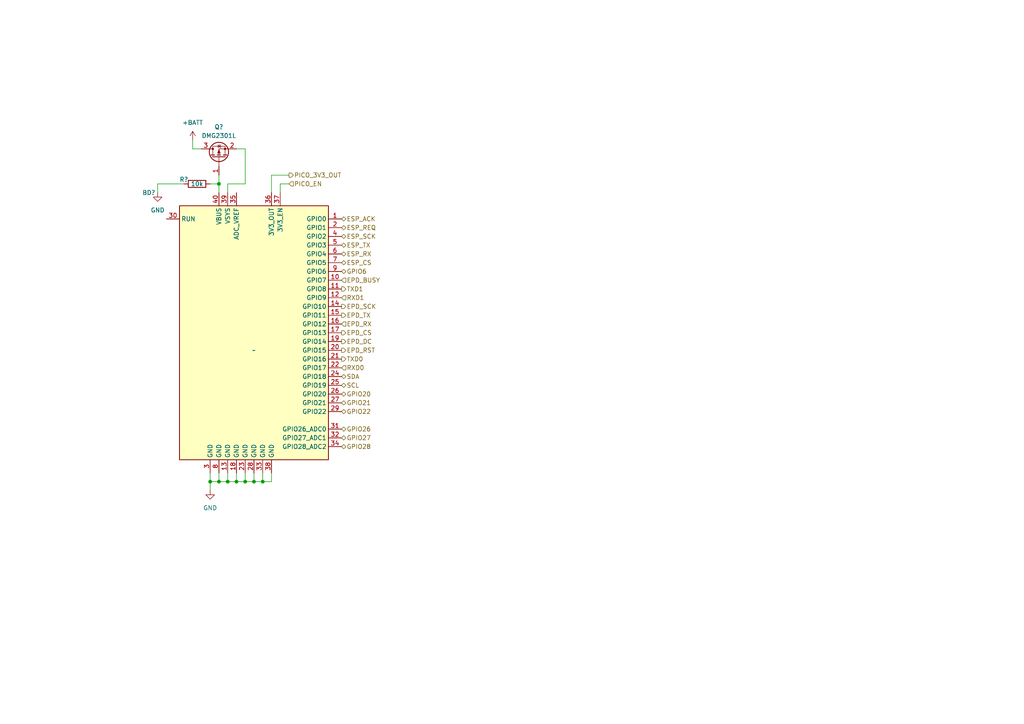
<source format=kicad_sch>
(kicad_sch (version 20230121) (generator eeschema)
  (paper "A4")
  (lib_symbols
    (symbol "Custom:RPi-Pico"
      (property "Reference" "BD" (at 0 0 0))
      (symbol "RPi-Pico_0_1"
        (rectangle (start -21.59 41.91) (end 21.59 -31.75) (stroke (width 0.254)) (fill (type background)))
      )
      (symbol "RPi-Pico_1_1"
        (pin bidirectional line (at 25.4 38.1 180) (length 3.81) (name "GPIO0") (number "1"))
        (pin bidirectional line (at 25.4 20.32 180) (length 3.81) (name "GPIO7") (number "10"))
        (pin bidirectional line (at 25.4 17.78 180) (length 3.81) (name "GPIO8") (number "11"))
        (pin bidirectional line (at 25.4 15.24 180) (length 3.81) (name "GPIO9") (number "12"))
        (pin power_in line (at -7.62 -35.56 90) (length 3.81) (name "GND") (number "13"))
        (pin bidirectional line (at 25.4 12.7 180) (length 3.81) (name "GPIO10") (number "14"))
        (pin bidirectional line (at 25.4 10.16 180) (length 3.81) (name "GPIO11") (number "15"))
        (pin bidirectional line (at 25.4 7.62 180) (length 3.81) (name "GPIO12") (number "16"))
        (pin bidirectional line (at 25.4 5.08 180) (length 3.81) (name "GPIO13") (number "17"))
        (pin power_in line (at -5.08 -35.56 90) (length 3.81) (name "GND") (number "18"))
        (pin bidirectional line (at 25.4 2.54 180) (length 3.81) (name "GPIO14") (number "19"))
        (pin bidirectional line (at 25.4 35.56 180) (length 3.81) (name "GPIO1") (number "2"))
        (pin bidirectional line (at 25.4 0 180) (length 3.81) (name "GPIO15") (number "20"))
        (pin bidirectional line (at 25.4 -2.54 180) (length 3.81) (name "GPIO16") (number "21"))
        (pin bidirectional line (at 25.4 -5.08 180) (length 3.81) (name "GPIO17") (number "22"))
        (pin power_in line (at -2.54 -35.56 90) (length 3.81) (name "GND") (number "23"))
        (pin bidirectional line (at 25.4 -7.62 180) (length 3.81) (name "GPIO18") (number "24"))
        (pin bidirectional line (at 25.4 -10.16 180) (length 3.81) (name "GPIO19") (number "25"))
        (pin bidirectional line (at 25.4 -12.7 180) (length 3.81) (name "GPIO20") (number "26"))
        (pin bidirectional line (at 25.4 -15.24 180) (length 3.81) (name "GPIO21") (number "27"))
        (pin power_in line (at 0 -35.56 90) (length 3.81) (name "GND") (number "28"))
        (pin bidirectional line (at 25.4 -17.78 180) (length 3.81) (name "GPIO22") (number "29"))
        (pin power_in line (at -12.7 -35.56 90) (length 3.81) (name "GND") (number "3"))
        (pin input line (at -25.4 38.1 0) (length 3.81) (name "RUN") (number "30"))
        (pin bidirectional line (at 25.4 -22.86 180) (length 3.81) (name "GPIO26_ADC0") (number "31"))
        (pin bidirectional line (at 25.4 -25.4 180) (length 3.81) (name "GPIO27_ADC1") (number "32"))
        (pin power_in line (at 2.54 -35.56 90) (length 3.81) (name "GND") (number "33"))
        (pin bidirectional line (at 25.4 -27.94 180) (length 3.81) (name "GPIO28_ADC2") (number "34"))
        (pin power_in line (at -5.08 45.72 270) (length 3.81) (name "ADC_VREF") (number "35"))
        (pin power_out line (at 5.08 45.72 270) (length 3.81) (name "3V3_OUT") (number "36"))
        (pin power_in line (at 7.62 45.72 270) (length 3.81) (name "3V3_EN") (number "37"))
        (pin power_in line (at 5.08 -35.56 90) (length 3.81) (name "GND") (number "38"))
        (pin power_in line (at -7.62 45.72 270) (length 3.81) (name "VSYS") (number "39"))
        (pin bidirectional line (at 25.4 33.02 180) (length 3.81) (name "GPIO2") (number "4"))
        (pin power_in line (at -10.16 45.72 270) (length 3.81) (name "VBUS") (number "40"))
        (pin bidirectional line (at 25.4 30.48 180) (length 3.81) (name "GPIO3") (number "5"))
        (pin bidirectional line (at 25.4 27.94 180) (length 3.81) (name "GPIO4") (number "6"))
        (pin bidirectional line (at 25.4 25.4 180) (length 3.81) (name "GPIO5") (number "7"))
        (pin power_in line (at -10.16 -35.56 90) (length 3.81) (name "GND") (number "8"))
        (pin bidirectional line (at 25.4 22.86 180) (length 3.81) (name "GPIO6") (number "9"))
      )
    )
    (symbol "Device:R" (pin_numbers hide) (pin_names (offset 0))
      (property "Reference" "R" (at 2.032 0 90))
      (property "Value" "R" (at 0 0 90))
      (symbol "R_0_1"
        (rectangle (start -1.016 -2.54) (end 1.016 2.54) (stroke (width 0.254)))
      )
      (symbol "R_1_1"
        (pin passive line (at 0 3.81 270) (length 1.27) (name "~") (number "1"))
        (pin passive line (at 0 -3.81 90) (length 1.27) (name "~") (number "2"))
      )
    )
    (symbol "Transistor_FET:DMG2301L" (pin_names hide)
      (property "Reference" "Q" (at 5.08 1.905 0))
      (property "Value" "DMG2301L" (at 5.08 0 0))
      (symbol "DMG2301L_0_1"
        (polyline (pts (xy 0.254 0) (xy -2.54 0)))
        (polyline (pts (xy 0.254 1.905) (xy 0.254 -1.905)) (stroke (width 0.254)))
        (polyline (pts (xy 0.762 -1.27) (xy 0.762 -2.286)) (stroke (width 0.254)))
        (polyline (pts (xy 0.762 0.508) (xy 0.762 -0.508)) (stroke (width 0.254)))
        (polyline (pts (xy 0.762 2.286) (xy 0.762 1.27)) (stroke (width 0.254)))
        (polyline (pts (xy 2.54 2.54) (xy 2.54 1.778)))
        (polyline (pts (xy 2.54 -2.54) (xy 2.54 0) (xy 0.762 0)))
        (polyline (pts (xy 0.762 1.778) (xy 3.302 1.778) (xy 3.302 -1.778) (xy 0.762 -1.778)))
        (polyline (pts (xy 2.286 0) (xy 1.27 0.381) (xy 1.27 -0.381) (xy 2.286 0)) (fill (type outline)))
        (polyline (pts (xy 2.794 -0.508) (xy 2.921 -0.381) (xy 3.683 -0.381) (xy 3.81 -0.254)))
        (polyline (pts (xy 3.302 -0.381) (xy 2.921 0.254) (xy 3.683 0.254) (xy 3.302 -0.381)))
        (circle (center 1.651 0) (radius 2.794) (stroke (width 0.254)))
        (circle (center 2.54 -1.778) (radius 0.254) (fill (type outline)))
        (circle (center 2.54 1.778) (radius 0.254) (fill (type outline)))
      )
      (symbol "DMG2301L_1_1"
        (pin input line (at -5.08 0 0) (length 2.54) (name "G") (number "1"))
        (pin passive line (at 2.54 -5.08 90) (length 2.54) (name "S") (number "2"))
        (pin passive line (at 2.54 5.08 270) (length 2.54) (name "D") (number "3"))
      )
    )
    (symbol "power:+BATT" (power) (pin_names (offset 0))
      (property "Value" "+BATT" (at 0 3.556 0))
      (symbol "+BATT_0_1"
        (polyline (pts (xy -0.762 1.27) (xy 0 2.54)))
        (polyline (pts (xy 0 0) (xy 0 2.54)))
        (polyline (pts (xy 0 2.54) (xy 0.762 1.27)))
      )
      (symbol "+BATT_1_1"
        (pin power_in line (at 0 0 90) (length 0) hide (name "+BATT") (number "1"))
      )
    )
    (symbol "power:GND" (power) (pin_names (offset 0))
      (property "Value" "GND" (at 0 -3.81 0))
      (symbol "GND_0_1"
        (polyline (pts (xy 0 0) (xy 0 -1.27) (xy 1.27 -1.27) (xy 0 -2.54) (xy -1.27 -1.27) (xy 0 -1.27)))
      )
      (symbol "GND_1_1"
        (pin power_in line (at 0 0 270) (length 0) hide (name "GND") (number "1"))
      )
    )
  )
  (junction (at 63.5 53.34))
  (junction (at 76.2 139.7))
  (junction (at 63.5 139.7))
  (junction (at 60.96 139.7))
  (junction (at 68.58 139.7))
  (junction (at 66.04 139.7))
  (junction (at 71.12 139.7))
  (junction (at 73.66 139.7))
  (wire (pts (xy 63.5 137.16) (xy 63.5 139.7)))
  (wire (pts (xy 66.04 55.88) (xy 66.04 53.34)))
  (wire (pts (xy 66.04 53.34) (xy 71.12 53.34)))
  (wire (pts (xy 76.2 139.7) (xy 73.66 139.7)))
  (wire (pts (xy 71.12 137.16) (xy 71.12 139.7)))
  (wire (pts (xy 66.04 139.7) (xy 63.5 139.7)))
  (wire (pts (xy 73.66 137.16) (xy 73.66 139.7)))
  (wire (pts (xy 71.12 139.7) (xy 68.58 139.7)))
  (wire (pts (xy 78.74 50.8) (xy 83.82 50.8)))
  (wire (pts (xy 78.74 55.88) (xy 78.74 50.8)))
  (wire (pts (xy 81.28 53.34) (xy 81.28 55.88)))
  (wire (pts (xy 45.72 55.88) (xy 45.72 53.34)))
  (wire (pts (xy 73.66 139.7) (xy 71.12 139.7)))
  (wire (pts (xy 60.96 139.7) (xy 60.96 142.24)))
  (wire (pts (xy 68.58 43.18) (xy 71.12 43.18)))
  (wire (pts (xy 71.12 53.34) (xy 71.12 43.18)))
  (wire (pts (xy 78.74 139.7) (xy 76.2 139.7)))
  (wire (pts (xy 55.88 43.18) (xy 55.88 40.64)))
  (wire (pts (xy 81.28 53.34) (xy 83.82 53.34)))
  (wire (pts (xy 63.5 50.8) (xy 63.5 53.34)))
  (wire (pts (xy 66.04 137.16) (xy 66.04 139.7)))
  (wire (pts (xy 76.2 137.16) (xy 76.2 139.7)))
  (wire (pts (xy 68.58 139.7) (xy 66.04 139.7)))
  (wire (pts (xy 63.5 139.7) (xy 60.96 139.7)))
  (wire (pts (xy 78.74 137.16) (xy 78.74 139.7)))
  (wire (pts (xy 45.72 53.34) (xy 53.34 53.34)))
  (wire (pts (xy 68.58 137.16) (xy 68.58 139.7)))
  (wire (pts (xy 55.88 43.18) (xy 58.42 43.18)))
  (wire (pts (xy 60.96 137.16) (xy 60.96 139.7)))
  (wire (pts (xy 63.5 53.34) (xy 63.5 55.88)))
  (wire (pts (xy 60.96 53.34) (xy 63.5 53.34)))
  (hierarchical_label "ESP_CS" (shape bidirectional) (at 99.06 76.2 0))
  (hierarchical_label "PICO_3V3_OUT" (shape output) (at 83.82 50.8 0))
  (hierarchical_label "EPD_BUSY" (shape input) (at 99.06 81.28 0))
  (hierarchical_label "GPIO20" (shape bidirectional) (at 99.06 114.3 0))
  (hierarchical_label "EPD_SCK" (shape output) (at 99.06 88.9 0))
  (hierarchical_label "GPIO22" (shape bidirectional) (at 99.06 119.38 0))
  (hierarchical_label "EPD_RST" (shape output) (at 99.06 101.6 0))
  (hierarchical_label "GPIO28" (shape bidirectional) (at 99.06 129.54 0))
  (hierarchical_label "ESP_RX" (shape bidirectional) (at 99.06 73.66 0))
  (hierarchical_label "GPIO26" (shape bidirectional) (at 99.06 124.46 0))
  (hierarchical_label "RXD1" (shape input) (at 99.06 86.36 0))
  (hierarchical_label "EPD_RX" (shape input) (at 99.06 93.98 0))
  (hierarchical_label "GPIO21" (shape bidirectional) (at 99.06 116.84 0))
  (hierarchical_label "ESP_SCK" (shape bidirectional) (at 99.06 68.58 0))
  (hierarchical_label "SDA" (shape bidirectional) (at 99.06 109.22 0))
  (hierarchical_label "EPD_CS" (shape output) (at 99.06 96.52 0))
  (hierarchical_label "SCL" (shape bidirectional) (at 99.06 111.76 0))
  (hierarchical_label "GPIO27" (shape bidirectional) (at 99.06 127 0))
  (hierarchical_label "TXD0" (shape output) (at 99.06 104.14 0))
  (hierarchical_label "RXD0" (shape input) (at 99.06 106.68 0))
  (hierarchical_label "EPD_TX" (shape output) (at 99.06 91.44 0))
  (hierarchical_label "GPIO6" (shape bidirectional) (at 99.06 78.74 0))
  (hierarchical_label "PICO_EN" (shape input) (at 83.82 53.34 0))
  (hierarchical_label "ESP_TX" (shape bidirectional) (at 99.06 71.12 0))
  (hierarchical_label "TXD1" (shape output) (at 99.06 83.82 0))
  (hierarchical_label "ESP_ACK" (shape bidirectional) (at 99.06 63.5 0))
  (hierarchical_label "EPD_DC" (shape output) (at 99.06 99.06 0))
  (hierarchical_label "ESP_REQ" (shape bidirectional) (at 99.06 66.04 0))
  (symbol (lib_id "Device:R") (at 57.15 53.34 90) (unit 1)
    (property "Reference" "R?" (at 53.34 52.07 90))
    (property "Value" "10k" (at 57.15 53.34 90))
    (property "Footprint" "Resistor_SMD:R_0402_1005Metric_Pad0.72x0.64mm_HandSolder" (effects hide))
    (instances (project "epd_remote" (path "" (reference "R?") (unit 1)) (path "" (reference "R?") (unit 1)) (path "" (reference "R4") (unit 1))))
  )
  (symbol (lib_id "power:GND") (at 60.96 142.24 0) (unit 1)
    (property "Reference" "#PWR?" (effects hide))
    (property "Value" "GND" (at 60.96 147.32 0))
    (instances (project "epd_remote" (path "" (reference "#PWR?") (unit 1)) (path "" (reference "#PWR011") (unit 1))))
  )
  (symbol (lib_id "power:GND") (at 45.72 55.88 0) (unit 1)
    (property "Reference" "#PWR?" (effects hide))
    (property "Value" "GND" (at 45.72 60.96 0))
    (instances (project "epd_remote" (path "" (reference "#PWR?") (unit 1)) (path "" (reference "#PWR010") (unit 1))))
  )
  (symbol (lib_id "Transistor_FET:DMG2301L") (at 63.5 45.72 90) (unit 1)
    (property "Reference" "Q?" (at 63.5 36.83 90))
    (property "Value" "DMG2301L" (at 63.5 39.37 90))
    (property "Footprint" "Package_TO_SOT_SMD:SOT-23" (effects hide))
    (property "Datasheet" "https://www.diodes.com/assets/Datasheets/DMG2301L.pdf" (effects hide))
    (instances (project "epd_remote" (path "" (reference "Q?") (unit 1)) (path "" (reference "Q2") (unit 1))))
  )
  (symbol (lib_id "power:+BATT") (at 55.88 40.64 0) (unit 1)
    (property "Reference" "#PWR?" (effects hide))
    (property "Value" "+BATT" (at 55.88 35.56 0))
    (instances (project "epd_remote" (path "" (reference "#PWR?") (unit 1)) (path "" (reference "#PWR09") (unit 1))))
  )
  (symbol (lib_id "Custom:RPi-Pico") (at 73.66 101.6 0) (unit 1)
    (property "Reference" "BD?" (at 43.18 55.88 0))
    (property "Value" "~" (at 73.66 101.6 0))
    (property "Footprint" "Library:RPi-Pico-THT" (effects hide))
    (instances (project "epd_remote" (path "" (reference "BD?") (unit 1)) (path "" (reference "BD1") (unit 1))))
  )
)
</source>
